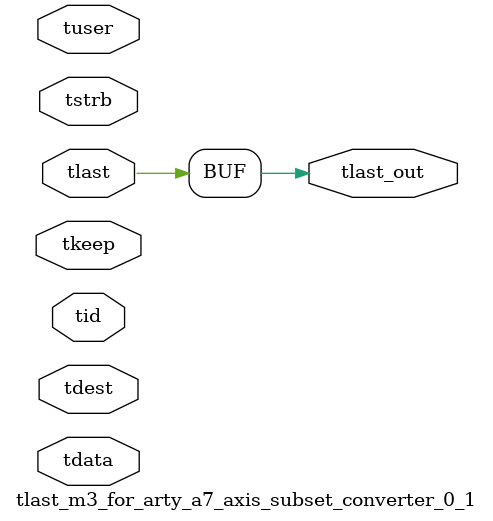
<source format=v>


`timescale 1ps/1ps

module tlast_m3_for_arty_a7_axis_subset_converter_0_1 #
(
parameter C_S_AXIS_TID_WIDTH   = 1,
parameter C_S_AXIS_TUSER_WIDTH = 0,
parameter C_S_AXIS_TDATA_WIDTH = 0,
parameter C_S_AXIS_TDEST_WIDTH = 0
)
(
input  [(C_S_AXIS_TID_WIDTH   == 0 ? 1 : C_S_AXIS_TID_WIDTH)-1:0       ] tid,
input  [(C_S_AXIS_TDATA_WIDTH == 0 ? 1 : C_S_AXIS_TDATA_WIDTH)-1:0     ] tdata,
input  [(C_S_AXIS_TUSER_WIDTH == 0 ? 1 : C_S_AXIS_TUSER_WIDTH)-1:0     ] tuser,
input  [(C_S_AXIS_TDEST_WIDTH == 0 ? 1 : C_S_AXIS_TDEST_WIDTH)-1:0     ] tdest,
input  [(C_S_AXIS_TDATA_WIDTH/8)-1:0 ] tkeep,
input  [(C_S_AXIS_TDATA_WIDTH/8)-1:0 ] tstrb,
input  [0:0]                                                             tlast,
output                                                                   tlast_out
);

assign tlast_out = {tlast};

endmodule


</source>
